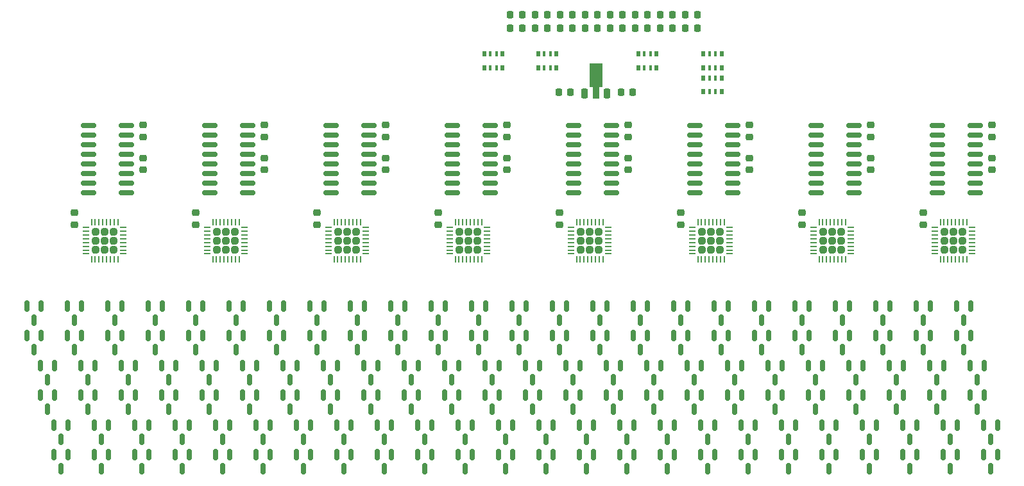
<source format=gtp>
G04 #@! TF.GenerationSoftware,KiCad,Pcbnew,8.0.4-rc2*
G04 #@! TF.CreationDate,2024-08-04T20:31:53-05:00*
G04 #@! TF.ProjectId,backplane_tracer_v5,6261636b-706c-4616-9e65-5f7472616365,rev?*
G04 #@! TF.SameCoordinates,Original*
G04 #@! TF.FileFunction,Paste,Top*
G04 #@! TF.FilePolarity,Positive*
%FSLAX46Y46*%
G04 Gerber Fmt 4.6, Leading zero omitted, Abs format (unit mm)*
G04 Created by KiCad (PCBNEW 8.0.4-rc2) date 2024-08-04 20:31:53*
%MOMM*%
%LPD*%
G01*
G04 APERTURE LIST*
G04 Aperture macros list*
%AMRoundRect*
0 Rectangle with rounded corners*
0 $1 Rounding radius*
0 $2 $3 $4 $5 $6 $7 $8 $9 X,Y pos of 4 corners*
0 Add a 4 corners polygon primitive as box body*
4,1,4,$2,$3,$4,$5,$6,$7,$8,$9,$2,$3,0*
0 Add four circle primitives for the rounded corners*
1,1,$1+$1,$2,$3*
1,1,$1+$1,$4,$5*
1,1,$1+$1,$6,$7*
1,1,$1+$1,$8,$9*
0 Add four rect primitives between the rounded corners*
20,1,$1+$1,$2,$3,$4,$5,0*
20,1,$1+$1,$4,$5,$6,$7,0*
20,1,$1+$1,$6,$7,$8,$9,0*
20,1,$1+$1,$8,$9,$2,$3,0*%
%AMFreePoly0*
4,1,9,3.862500,-0.866500,0.737500,-0.866500,0.737500,-0.450000,-0.737500,-0.450000,-0.737500,0.450000,0.737500,0.450000,0.737500,0.866500,3.862500,0.866500,3.862500,-0.866500,3.862500,-0.866500,$1*%
G04 Aperture macros list end*
%ADD10RoundRect,0.150000X-0.150000X0.587500X-0.150000X-0.587500X0.150000X-0.587500X0.150000X0.587500X0*%
%ADD11RoundRect,0.225000X0.250000X-0.225000X0.250000X0.225000X-0.250000X0.225000X-0.250000X-0.225000X0*%
%ADD12RoundRect,0.150000X-0.850000X-0.150000X0.850000X-0.150000X0.850000X0.150000X-0.850000X0.150000X0*%
%ADD13RoundRect,0.225000X0.225000X0.250000X-0.225000X0.250000X-0.225000X-0.250000X0.225000X-0.250000X0*%
%ADD14RoundRect,0.218750X-0.218750X-0.256250X0.218750X-0.256250X0.218750X0.256250X-0.218750X0.256250X0*%
%ADD15R,0.500000X0.800000*%
%ADD16R,0.400000X0.800000*%
%ADD17RoundRect,0.242500X-0.242500X-0.242500X0.242500X-0.242500X0.242500X0.242500X-0.242500X0.242500X0*%
%ADD18RoundRect,0.062500X-0.337500X-0.062500X0.337500X-0.062500X0.337500X0.062500X-0.337500X0.062500X0*%
%ADD19RoundRect,0.062500X-0.062500X-0.337500X0.062500X-0.337500X0.062500X0.337500X-0.062500X0.337500X0*%
%ADD20RoundRect,0.225000X-0.250000X0.225000X-0.250000X-0.225000X0.250000X-0.225000X0.250000X0.225000X0*%
%ADD21RoundRect,0.225000X0.225000X-0.425000X0.225000X0.425000X-0.225000X0.425000X-0.225000X-0.425000X0*%
%ADD22FreePoly0,90.000000*%
%ADD23RoundRect,0.225000X-0.225000X-0.250000X0.225000X-0.250000X0.225000X0.250000X-0.225000X0.250000X0*%
G04 APERTURE END LIST*
D10*
X127315000Y-178538900D03*
X125415000Y-178538900D03*
X126365000Y-180413900D03*
X120203000Y-194286900D03*
X118303000Y-194286900D03*
X119253000Y-196161900D03*
X201991000Y-182475900D03*
X200091000Y-182475900D03*
X201041000Y-184350900D03*
D11*
X194081400Y-160541000D03*
X194081400Y-158991000D03*
D12*
X154929200Y-154686000D03*
X154929200Y-155956000D03*
X154929200Y-157226000D03*
X154929200Y-158496000D03*
X154929200Y-159766000D03*
X154929200Y-161036000D03*
X154929200Y-162306000D03*
X154929200Y-163576000D03*
X159929200Y-163576000D03*
X159929200Y-162306000D03*
X159929200Y-161036000D03*
X159929200Y-159766000D03*
X159929200Y-158496000D03*
X159929200Y-157226000D03*
X159929200Y-155956000D03*
X159929200Y-154686000D03*
D10*
X194879000Y-194286900D03*
X192979000Y-194286900D03*
X193929000Y-196161900D03*
X139761000Y-186412900D03*
X137861000Y-186412900D03*
X138811000Y-188287900D03*
X107757000Y-186412900D03*
X105857000Y-186412900D03*
X106807000Y-188287900D03*
X113091000Y-186412900D03*
X111191000Y-186412900D03*
X112141000Y-188287900D03*
X145095000Y-190349900D03*
X143195000Y-190349900D03*
X144145000Y-192224900D03*
X164653000Y-182475900D03*
X162753000Y-182475900D03*
X163703000Y-184350900D03*
D13*
X170511000Y-150312400D03*
X168961000Y-150312400D03*
D10*
X155763000Y-190349900D03*
X153863000Y-190349900D03*
X154813000Y-192224900D03*
X185989000Y-178538900D03*
X184089000Y-178538900D03*
X185039000Y-180413900D03*
D14*
X182346400Y-141859000D03*
X183921400Y-141859000D03*
D11*
X178079400Y-160541000D03*
X178079400Y-158991000D03*
D14*
X179044400Y-141859000D03*
X180619400Y-141859000D03*
D15*
X179470100Y-147051600D03*
D16*
X180270100Y-147051600D03*
X181070100Y-147051600D03*
D15*
X181870100Y-147051600D03*
X181870100Y-145251600D03*
D16*
X181070100Y-145251600D03*
X180270100Y-145251600D03*
D15*
X179470100Y-145251600D03*
D17*
X155848200Y-168726000D03*
X155848200Y-169926000D03*
X155848200Y-171126000D03*
X157048200Y-168726000D03*
X157048200Y-169926000D03*
X157048200Y-171126000D03*
X158248200Y-168726000D03*
X158248200Y-169926000D03*
X158248200Y-171126000D03*
D18*
X154598200Y-168176000D03*
X154598200Y-168676000D03*
X154598200Y-169176000D03*
X154598200Y-169676000D03*
X154598200Y-170176000D03*
X154598200Y-170676000D03*
X154598200Y-171176000D03*
X154598200Y-171676000D03*
D19*
X155298200Y-172376000D03*
X155798200Y-172376000D03*
X156298200Y-172376000D03*
X156798200Y-172376000D03*
X157298200Y-172376000D03*
X157798200Y-172376000D03*
X158298200Y-172376000D03*
X158798200Y-172376000D03*
D18*
X159498200Y-171676000D03*
X159498200Y-171176000D03*
X159498200Y-170676000D03*
X159498200Y-170176000D03*
X159498200Y-169676000D03*
X159498200Y-169176000D03*
X159498200Y-168676000D03*
X159498200Y-168176000D03*
D19*
X158798200Y-167476000D03*
X158298200Y-167476000D03*
X157798200Y-167476000D03*
X157298200Y-167476000D03*
X156798200Y-167476000D03*
X156298200Y-167476000D03*
X155798200Y-167476000D03*
X155298200Y-167476000D03*
D14*
X172440400Y-140081000D03*
X174015400Y-140081000D03*
D17*
X107842200Y-168726000D03*
X107842200Y-169926000D03*
X107842200Y-171126000D03*
X109042200Y-168726000D03*
X109042200Y-169926000D03*
X109042200Y-171126000D03*
X110242200Y-168726000D03*
X110242200Y-169926000D03*
X110242200Y-171126000D03*
D18*
X106592200Y-168176000D03*
X106592200Y-168676000D03*
X106592200Y-169176000D03*
X106592200Y-169676000D03*
X106592200Y-170176000D03*
X106592200Y-170676000D03*
X106592200Y-171176000D03*
X106592200Y-171676000D03*
D19*
X107292200Y-172376000D03*
X107792200Y-172376000D03*
X108292200Y-172376000D03*
X108792200Y-172376000D03*
X109292200Y-172376000D03*
X109792200Y-172376000D03*
X110292200Y-172376000D03*
X110792200Y-172376000D03*
D18*
X111492200Y-171676000D03*
X111492200Y-171176000D03*
X111492200Y-170676000D03*
X111492200Y-170176000D03*
X111492200Y-169676000D03*
X111492200Y-169176000D03*
X111492200Y-168676000D03*
X111492200Y-168176000D03*
D19*
X110792200Y-167476000D03*
X110292200Y-167476000D03*
X109792200Y-167476000D03*
X109292200Y-167476000D03*
X108792200Y-167476000D03*
X108292200Y-167476000D03*
X107792200Y-167476000D03*
X107292200Y-167476000D03*
D20*
X146075400Y-154647600D03*
X146075400Y-156197600D03*
D10*
X209103000Y-186412900D03*
X207203000Y-186412900D03*
X208153000Y-188287900D03*
X102423000Y-190349900D03*
X100523000Y-190349900D03*
X101473000Y-192224900D03*
X221549000Y-194286900D03*
X219649000Y-194286900D03*
X220599000Y-196161900D03*
X193101000Y-190349900D03*
X191201000Y-190349900D03*
X192151000Y-192224900D03*
X123759000Y-186412900D03*
X121859000Y-186412900D03*
X122809000Y-188287900D03*
X114869000Y-194286900D03*
X112969000Y-194286900D03*
X113919000Y-196161900D03*
X161097000Y-190349900D03*
X159197000Y-190349900D03*
X160147000Y-192224900D03*
X137983000Y-178538900D03*
X136083000Y-178538900D03*
X137033000Y-180413900D03*
X127315000Y-182475900D03*
X125415000Y-182475900D03*
X126365000Y-184350900D03*
X191323000Y-182475900D03*
X189423000Y-182475900D03*
X190373000Y-184350900D03*
X173543000Y-198223900D03*
X171643000Y-198223900D03*
X172593000Y-200098900D03*
D14*
X169138400Y-141859000D03*
X170713400Y-141859000D03*
D10*
X180655000Y-182475900D03*
X178755000Y-182475900D03*
X179705000Y-184350900D03*
D20*
X162077400Y-154647600D03*
X162077400Y-156197600D03*
D12*
X202935200Y-154686000D03*
X202935200Y-155956000D03*
X202935200Y-157226000D03*
X202935200Y-158496000D03*
X202935200Y-159766000D03*
X202935200Y-161036000D03*
X202935200Y-162306000D03*
X202935200Y-163576000D03*
X207935200Y-163576000D03*
X207935200Y-162306000D03*
X207935200Y-161036000D03*
X207935200Y-159766000D03*
X207935200Y-158496000D03*
X207935200Y-157226000D03*
X207935200Y-155956000D03*
X207935200Y-154686000D03*
D14*
X169138400Y-140081000D03*
X170713400Y-140081000D03*
D10*
X148651000Y-178538900D03*
X146751000Y-178538900D03*
X147701000Y-180413900D03*
X134427000Y-190349900D03*
X132527000Y-190349900D03*
X133477000Y-192224900D03*
X178877000Y-198223900D03*
X176977000Y-198223900D03*
X177927000Y-200098900D03*
X150429000Y-186412900D03*
X148529000Y-186412900D03*
X149479000Y-188287900D03*
X178877000Y-194286900D03*
X176977000Y-194286900D03*
X177927000Y-196161900D03*
D14*
X182346400Y-140081000D03*
X183921400Y-140081000D03*
D10*
X109535000Y-194286900D03*
X107635000Y-194286900D03*
X108585000Y-196161900D03*
D11*
X217093800Y-167805400D03*
X217093800Y-166255400D03*
D10*
X102423000Y-186412900D03*
X100523000Y-186412900D03*
X101473000Y-188287900D03*
X155763000Y-186412900D03*
X153863000Y-186412900D03*
X154813000Y-188287900D03*
X157541000Y-198223900D03*
X155641000Y-198223900D03*
X156591000Y-200098900D03*
X198435000Y-186412900D03*
X196535000Y-186412900D03*
X197485000Y-188287900D03*
D11*
X162077400Y-160541000D03*
X162077400Y-158991000D03*
D10*
X177099000Y-186412900D03*
X175199000Y-186412900D03*
X176149000Y-188287900D03*
X212659000Y-182475900D03*
X210759000Y-182475900D03*
X211709000Y-184350900D03*
X226883000Y-194286900D03*
X224983000Y-194286900D03*
X225933000Y-196161900D03*
X205547000Y-198223900D03*
X203647000Y-198223900D03*
X204597000Y-200098900D03*
D14*
X185648400Y-140081000D03*
X187223400Y-140081000D03*
D10*
X123759000Y-190349900D03*
X121859000Y-190349900D03*
X122809000Y-192224900D03*
D11*
X121081800Y-167805400D03*
X121081800Y-166255400D03*
D10*
X120203000Y-198223900D03*
X118303000Y-198223900D03*
X119253000Y-200098900D03*
X104201000Y-194286900D03*
X102301000Y-194286900D03*
X103251000Y-196161900D03*
X185989000Y-182475900D03*
X184089000Y-182475900D03*
X185039000Y-184350900D03*
X169987000Y-182475900D03*
X168087000Y-182475900D03*
X169037000Y-184350900D03*
X196657000Y-182475900D03*
X194757000Y-182475900D03*
X195707000Y-184350900D03*
X173543000Y-194286900D03*
X171643000Y-194286900D03*
X172593000Y-196161900D03*
X152207000Y-198223900D03*
X150307000Y-198223900D03*
X151257000Y-200098900D03*
X193101000Y-186412900D03*
X191201000Y-186412900D03*
X192151000Y-188287900D03*
D20*
X226085400Y-154647600D03*
X226085400Y-156197600D03*
X210083400Y-154647600D03*
X210083400Y-156197600D03*
D10*
X223327000Y-178538900D03*
X221427000Y-178538900D03*
X222377000Y-180413900D03*
D11*
X146075400Y-160541000D03*
X146075400Y-158991000D03*
D10*
X125537000Y-198223900D03*
X123637000Y-198223900D03*
X124587000Y-200098900D03*
D14*
X162534400Y-141859000D03*
X164109400Y-141859000D03*
D15*
X166262100Y-147051600D03*
D16*
X167062100Y-147051600D03*
X167862100Y-147051600D03*
D15*
X168662100Y-147051600D03*
X168662100Y-145251600D03*
D16*
X167862100Y-145251600D03*
X167062100Y-145251600D03*
D15*
X166262100Y-145251600D03*
D14*
X162534400Y-140081000D03*
X164109400Y-140081000D03*
D10*
X216215000Y-198223900D03*
X214315000Y-198223900D03*
X215265000Y-200098900D03*
X100645000Y-178538900D03*
X98745000Y-178538900D03*
X99695000Y-180413900D03*
X153985000Y-182475900D03*
X152085000Y-182475900D03*
X153035000Y-184350900D03*
X113091000Y-190349900D03*
X111191000Y-190349900D03*
X112141000Y-192224900D03*
X168209000Y-194286900D03*
X166309000Y-194286900D03*
X167259000Y-196161900D03*
X132649000Y-182475900D03*
X130749000Y-182475900D03*
X131699000Y-184350900D03*
D14*
X175742400Y-141859000D03*
X177317400Y-141859000D03*
D10*
X111313000Y-182475900D03*
X109413000Y-182475900D03*
X110363000Y-184350900D03*
X225105000Y-186412900D03*
X223205000Y-186412900D03*
X224155000Y-188287900D03*
X217993000Y-182475900D03*
X216093000Y-182475900D03*
X217043000Y-184350900D03*
D15*
X159124700Y-147051600D03*
D16*
X159924700Y-147051600D03*
X160724700Y-147051600D03*
D15*
X161524700Y-147051600D03*
X161524700Y-145251600D03*
D16*
X160724700Y-145251600D03*
X159924700Y-145251600D03*
D15*
X159124700Y-145251600D03*
D11*
X201091800Y-167805400D03*
X201091800Y-166255400D03*
D10*
X187767000Y-190349900D03*
X185867000Y-190349900D03*
X186817000Y-192224900D03*
X191323000Y-178538900D03*
X189423000Y-178538900D03*
X190373000Y-180413900D03*
D14*
X179044400Y-140081000D03*
X180619400Y-140081000D03*
D21*
X172362900Y-150438400D03*
D22*
X173862900Y-150350900D03*
D21*
X175362900Y-150438400D03*
D10*
X146873000Y-198223900D03*
X144973000Y-198223900D03*
X145923000Y-200098900D03*
X111313000Y-178538900D03*
X109413000Y-178538900D03*
X110363000Y-180413900D03*
X219771000Y-186412900D03*
X217871000Y-186412900D03*
X218821000Y-188287900D03*
X105979000Y-182475900D03*
X104079000Y-182475900D03*
X105029000Y-184350900D03*
X100645000Y-182475900D03*
X98745000Y-182475900D03*
X99695000Y-184350900D03*
X214437000Y-190349900D03*
X212537000Y-190349900D03*
X213487000Y-192224900D03*
X130871000Y-198223900D03*
X128971000Y-198223900D03*
X129921000Y-200098900D03*
X184211000Y-194286900D03*
X182311000Y-194286900D03*
X183261000Y-196161900D03*
X139761000Y-190349900D03*
X137861000Y-190349900D03*
X138811000Y-192224900D03*
X187767000Y-186412900D03*
X185867000Y-186412900D03*
X186817000Y-188287900D03*
X130871000Y-194286900D03*
X128971000Y-194286900D03*
X129921000Y-196161900D03*
X201991000Y-178538900D03*
X200091000Y-178538900D03*
X201041000Y-180413900D03*
X210881000Y-198223900D03*
X208981000Y-198223900D03*
X209931000Y-200098900D03*
X177099000Y-190349900D03*
X175199000Y-190349900D03*
X176149000Y-192224900D03*
X171765000Y-190349900D03*
X169865000Y-190349900D03*
X170815000Y-192224900D03*
X182433000Y-186412900D03*
X180533000Y-186412900D03*
X181483000Y-188287900D03*
D11*
X210083400Y-160541000D03*
X210083400Y-158991000D03*
D10*
X134427000Y-186412900D03*
X132527000Y-186412900D03*
X133477000Y-188287900D03*
D12*
X186933200Y-154686000D03*
X186933200Y-155956000D03*
X186933200Y-157226000D03*
X186933200Y-158496000D03*
X186933200Y-159766000D03*
X186933200Y-161036000D03*
X186933200Y-162306000D03*
X186933200Y-163576000D03*
X191933200Y-163576000D03*
X191933200Y-162306000D03*
X191933200Y-161036000D03*
X191933200Y-159766000D03*
X191933200Y-158496000D03*
X191933200Y-157226000D03*
X191933200Y-155956000D03*
X191933200Y-154686000D03*
X170931200Y-154686000D03*
X170931200Y-155956000D03*
X170931200Y-157226000D03*
X170931200Y-158496000D03*
X170931200Y-159766000D03*
X170931200Y-161036000D03*
X170931200Y-162306000D03*
X170931200Y-163576000D03*
X175931200Y-163576000D03*
X175931200Y-162306000D03*
X175931200Y-161036000D03*
X175931200Y-159766000D03*
X175931200Y-158496000D03*
X175931200Y-157226000D03*
X175931200Y-155956000D03*
X175931200Y-154686000D03*
D11*
X114071400Y-160541000D03*
X114071400Y-158991000D03*
D17*
X139846200Y-168726000D03*
X139846200Y-169926000D03*
X139846200Y-171126000D03*
X141046200Y-168726000D03*
X141046200Y-169926000D03*
X141046200Y-171126000D03*
X142246200Y-168726000D03*
X142246200Y-169926000D03*
X142246200Y-171126000D03*
D18*
X138596200Y-168176000D03*
X138596200Y-168676000D03*
X138596200Y-169176000D03*
X138596200Y-169676000D03*
X138596200Y-170176000D03*
X138596200Y-170676000D03*
X138596200Y-171176000D03*
X138596200Y-171676000D03*
D19*
X139296200Y-172376000D03*
X139796200Y-172376000D03*
X140296200Y-172376000D03*
X140796200Y-172376000D03*
X141296200Y-172376000D03*
X141796200Y-172376000D03*
X142296200Y-172376000D03*
X142796200Y-172376000D03*
D18*
X143496200Y-171676000D03*
X143496200Y-171176000D03*
X143496200Y-170676000D03*
X143496200Y-170176000D03*
X143496200Y-169676000D03*
X143496200Y-169176000D03*
X143496200Y-168676000D03*
X143496200Y-168176000D03*
D19*
X142796200Y-167476000D03*
X142296200Y-167476000D03*
X141796200Y-167476000D03*
X141296200Y-167476000D03*
X140796200Y-167476000D03*
X140296200Y-167476000D03*
X139796200Y-167476000D03*
X139296200Y-167476000D03*
D10*
X182433000Y-190349900D03*
X180533000Y-190349900D03*
X181483000Y-192224900D03*
X207325000Y-178538900D03*
X205425000Y-178538900D03*
X206375000Y-180413900D03*
D20*
X130073400Y-154647600D03*
X130073400Y-156197600D03*
D10*
X116647000Y-182475900D03*
X114747000Y-182475900D03*
X115697000Y-184350900D03*
X207325000Y-182475900D03*
X205425000Y-182475900D03*
X206375000Y-184350900D03*
X223327000Y-182475900D03*
X221427000Y-182475900D03*
X222377000Y-184350900D03*
X157541000Y-194286900D03*
X155641000Y-194286900D03*
X156591000Y-196161900D03*
X219771000Y-190349900D03*
X217871000Y-190349900D03*
X218821000Y-192224900D03*
D12*
X138927200Y-154686000D03*
X138927200Y-155956000D03*
X138927200Y-157226000D03*
X138927200Y-158496000D03*
X138927200Y-159766000D03*
X138927200Y-161036000D03*
X138927200Y-162306000D03*
X138927200Y-163576000D03*
X143927200Y-163576000D03*
X143927200Y-162306000D03*
X143927200Y-161036000D03*
X143927200Y-159766000D03*
X143927200Y-158496000D03*
X143927200Y-157226000D03*
X143927200Y-155956000D03*
X143927200Y-154686000D03*
D10*
X200213000Y-194286900D03*
X198313000Y-194286900D03*
X199263000Y-196161900D03*
X143317000Y-178538900D03*
X141417000Y-178538900D03*
X142367000Y-180413900D03*
X226883000Y-198223900D03*
X224983000Y-198223900D03*
X225933000Y-200098900D03*
X194879000Y-198223900D03*
X192979000Y-198223900D03*
X193929000Y-200098900D03*
X145095000Y-186412900D03*
X143195000Y-186412900D03*
X144145000Y-188287900D03*
X148651000Y-182475900D03*
X146751000Y-182475900D03*
X147701000Y-184350900D03*
X171765000Y-186412900D03*
X169865000Y-186412900D03*
X170815000Y-188287900D03*
X118425000Y-186412900D03*
X116525000Y-186412900D03*
X117475000Y-188287900D03*
D15*
X190455400Y-148452000D03*
D16*
X189655400Y-148452000D03*
X188855400Y-148452000D03*
D15*
X188055400Y-148452000D03*
X188055400Y-150252000D03*
D16*
X188855400Y-150252000D03*
X189655400Y-150252000D03*
D15*
X190455400Y-150252000D03*
D10*
X105979000Y-178538900D03*
X104079000Y-178538900D03*
X105029000Y-180413900D03*
D14*
X185648400Y-141859000D03*
X187223400Y-141859000D03*
D10*
X214437000Y-186412900D03*
X212537000Y-186412900D03*
X213487000Y-188287900D03*
X109535000Y-198223900D03*
X107635000Y-198223900D03*
X108585000Y-200098900D03*
D11*
X105079800Y-167805400D03*
X105079800Y-166255400D03*
X169087800Y-167805400D03*
X169087800Y-166255400D03*
D17*
X219856200Y-168726000D03*
X219856200Y-169926000D03*
X219856200Y-171126000D03*
X221056200Y-168726000D03*
X221056200Y-169926000D03*
X221056200Y-171126000D03*
X222256200Y-168726000D03*
X222256200Y-169926000D03*
X222256200Y-171126000D03*
D18*
X218606200Y-168176000D03*
X218606200Y-168676000D03*
X218606200Y-169176000D03*
X218606200Y-169676000D03*
X218606200Y-170176000D03*
X218606200Y-170676000D03*
X218606200Y-171176000D03*
X218606200Y-171676000D03*
D19*
X219306200Y-172376000D03*
X219806200Y-172376000D03*
X220306200Y-172376000D03*
X220806200Y-172376000D03*
X221306200Y-172376000D03*
X221806200Y-172376000D03*
X222306200Y-172376000D03*
X222806200Y-172376000D03*
D18*
X223506200Y-171676000D03*
X223506200Y-171176000D03*
X223506200Y-170676000D03*
X223506200Y-170176000D03*
X223506200Y-169676000D03*
X223506200Y-169176000D03*
X223506200Y-168676000D03*
X223506200Y-168176000D03*
D19*
X222806200Y-167476000D03*
X222306200Y-167476000D03*
X221806200Y-167476000D03*
X221306200Y-167476000D03*
X220806200Y-167476000D03*
X220306200Y-167476000D03*
X219806200Y-167476000D03*
X219306200Y-167476000D03*
D10*
X162875000Y-194286900D03*
X160975000Y-194286900D03*
X161925000Y-196161900D03*
D12*
X218937200Y-154686000D03*
X218937200Y-155956000D03*
X218937200Y-157226000D03*
X218937200Y-158496000D03*
X218937200Y-159766000D03*
X218937200Y-161036000D03*
X218937200Y-162306000D03*
X218937200Y-163576000D03*
X223937200Y-163576000D03*
X223937200Y-162306000D03*
X223937200Y-161036000D03*
X223937200Y-159766000D03*
X223937200Y-158496000D03*
X223937200Y-157226000D03*
X223937200Y-155956000D03*
X223937200Y-154686000D03*
D10*
X141539000Y-198223900D03*
X139639000Y-198223900D03*
X140589000Y-200098900D03*
X212659000Y-178538900D03*
X210759000Y-178538900D03*
X211709000Y-180413900D03*
D14*
X165836400Y-140081000D03*
X167411400Y-140081000D03*
D10*
X210881000Y-194286900D03*
X208981000Y-194286900D03*
X209931000Y-196161900D03*
X136205000Y-194286900D03*
X134305000Y-194286900D03*
X135255000Y-196161900D03*
D14*
X175742400Y-140081000D03*
X177317400Y-140081000D03*
D11*
X226085400Y-160541000D03*
X226085400Y-158991000D03*
D10*
X189545000Y-198223900D03*
X187645000Y-198223900D03*
X188595000Y-200098900D03*
X203769000Y-186412900D03*
X201869000Y-186412900D03*
X202819000Y-188287900D03*
D23*
X177190600Y-150312400D03*
X178740600Y-150312400D03*
D10*
X141539000Y-194286900D03*
X139639000Y-194286900D03*
X140589000Y-196161900D03*
X166431000Y-190349900D03*
X164531000Y-190349900D03*
X165481000Y-192224900D03*
D20*
X178079400Y-154647600D03*
X178079400Y-156197600D03*
D10*
X152207000Y-194286900D03*
X150307000Y-194286900D03*
X151257000Y-196161900D03*
X221549000Y-198223900D03*
X219649000Y-198223900D03*
X220599000Y-200098900D03*
X107757000Y-190349900D03*
X105857000Y-190349900D03*
X106807000Y-192224900D03*
X200213000Y-198223900D03*
X198313000Y-198223900D03*
X199263000Y-200098900D03*
X136205000Y-198223900D03*
X134305000Y-198223900D03*
X135255000Y-200098900D03*
D17*
X171850200Y-168726000D03*
X171850200Y-169926000D03*
X171850200Y-171126000D03*
X173050200Y-168726000D03*
X173050200Y-169926000D03*
X173050200Y-171126000D03*
X174250200Y-168726000D03*
X174250200Y-169926000D03*
X174250200Y-171126000D03*
D18*
X170600200Y-168176000D03*
X170600200Y-168676000D03*
X170600200Y-169176000D03*
X170600200Y-169676000D03*
X170600200Y-170176000D03*
X170600200Y-170676000D03*
X170600200Y-171176000D03*
X170600200Y-171676000D03*
D19*
X171300200Y-172376000D03*
X171800200Y-172376000D03*
X172300200Y-172376000D03*
X172800200Y-172376000D03*
X173300200Y-172376000D03*
X173800200Y-172376000D03*
X174300200Y-172376000D03*
X174800200Y-172376000D03*
D18*
X175500200Y-171676000D03*
X175500200Y-171176000D03*
X175500200Y-170676000D03*
X175500200Y-170176000D03*
X175500200Y-169676000D03*
X175500200Y-169176000D03*
X175500200Y-168676000D03*
X175500200Y-168176000D03*
D19*
X174800200Y-167476000D03*
X174300200Y-167476000D03*
X173800200Y-167476000D03*
X173300200Y-167476000D03*
X172800200Y-167476000D03*
X172300200Y-167476000D03*
X171800200Y-167476000D03*
X171300200Y-167476000D03*
D10*
X175321000Y-178538900D03*
X173421000Y-178538900D03*
X174371000Y-180413900D03*
X121981000Y-182475900D03*
X120081000Y-182475900D03*
X121031000Y-184350900D03*
X198435000Y-190349900D03*
X196535000Y-190349900D03*
X197485000Y-192224900D03*
X164653000Y-178538900D03*
X162753000Y-178538900D03*
X163703000Y-180413900D03*
D11*
X153085800Y-167805400D03*
X153085800Y-166255400D03*
D12*
X122925200Y-154686000D03*
X122925200Y-155956000D03*
X122925200Y-157226000D03*
X122925200Y-158496000D03*
X122925200Y-159766000D03*
X122925200Y-161036000D03*
X122925200Y-162306000D03*
X122925200Y-163576000D03*
X127925200Y-163576000D03*
X127925200Y-162306000D03*
X127925200Y-161036000D03*
X127925200Y-159766000D03*
X127925200Y-158496000D03*
X127925200Y-157226000D03*
X127925200Y-155956000D03*
X127925200Y-154686000D03*
D10*
X180655000Y-178538900D03*
X178755000Y-178538900D03*
X179705000Y-180413900D03*
X189545000Y-194286900D03*
X187645000Y-194286900D03*
X188595000Y-196161900D03*
X168209000Y-198223900D03*
X166309000Y-198223900D03*
X167259000Y-200098900D03*
X162875000Y-198223900D03*
X160975000Y-198223900D03*
X161925000Y-200098900D03*
X104201000Y-198223900D03*
X102301000Y-198223900D03*
X103251000Y-200098900D03*
D11*
X185089800Y-167805400D03*
X185089800Y-166255400D03*
D10*
X132649000Y-178538900D03*
X130749000Y-178538900D03*
X131699000Y-180413900D03*
X203769000Y-190349900D03*
X201869000Y-190349900D03*
X202819000Y-192224900D03*
X216215000Y-194286900D03*
X214315000Y-194286900D03*
X215265000Y-196161900D03*
X129093000Y-190349900D03*
X127193000Y-190349900D03*
X128143000Y-192224900D03*
D11*
X137083800Y-167805400D03*
X137083800Y-166255400D03*
D10*
X166431000Y-186412900D03*
X164531000Y-186412900D03*
X165481000Y-188287900D03*
D15*
X188055300Y-147051600D03*
D16*
X188855300Y-147051600D03*
X189655300Y-147051600D03*
D15*
X190455300Y-147051600D03*
X190455300Y-145251600D03*
D16*
X189655300Y-145251600D03*
X188855300Y-145251600D03*
D15*
X188055300Y-145251600D03*
D10*
X146873000Y-194286900D03*
X144973000Y-194286900D03*
X145923000Y-196161900D03*
X217993000Y-178538900D03*
X216093000Y-178538900D03*
X217043000Y-180413900D03*
D17*
X187852200Y-168726000D03*
X187852200Y-169926000D03*
X187852200Y-171126000D03*
X189052200Y-168726000D03*
X189052200Y-169926000D03*
X189052200Y-171126000D03*
X190252200Y-168726000D03*
X190252200Y-169926000D03*
X190252200Y-171126000D03*
D18*
X186602200Y-168176000D03*
X186602200Y-168676000D03*
X186602200Y-169176000D03*
X186602200Y-169676000D03*
X186602200Y-170176000D03*
X186602200Y-170676000D03*
X186602200Y-171176000D03*
X186602200Y-171676000D03*
D19*
X187302200Y-172376000D03*
X187802200Y-172376000D03*
X188302200Y-172376000D03*
X188802200Y-172376000D03*
X189302200Y-172376000D03*
X189802200Y-172376000D03*
X190302200Y-172376000D03*
X190802200Y-172376000D03*
D18*
X191502200Y-171676000D03*
X191502200Y-171176000D03*
X191502200Y-170676000D03*
X191502200Y-170176000D03*
X191502200Y-169676000D03*
X191502200Y-169176000D03*
X191502200Y-168676000D03*
X191502200Y-168176000D03*
D19*
X190802200Y-167476000D03*
X190302200Y-167476000D03*
X189802200Y-167476000D03*
X189302200Y-167476000D03*
X188802200Y-167476000D03*
X188302200Y-167476000D03*
X187802200Y-167476000D03*
X187302200Y-167476000D03*
D10*
X225105000Y-190349900D03*
X223205000Y-190349900D03*
X224155000Y-192224900D03*
X125537000Y-194286900D03*
X123637000Y-194286900D03*
X124587000Y-196161900D03*
X150429000Y-190349900D03*
X148529000Y-190349900D03*
X149479000Y-192224900D03*
X196657000Y-178538900D03*
X194757000Y-178538900D03*
X195707000Y-180413900D03*
X137983000Y-182475900D03*
X136083000Y-182475900D03*
X137033000Y-184350900D03*
X159319000Y-182475900D03*
X157419000Y-182475900D03*
X158369000Y-184350900D03*
D17*
X123844200Y-168726000D03*
X123844200Y-169926000D03*
X123844200Y-171126000D03*
X125044200Y-168726000D03*
X125044200Y-169926000D03*
X125044200Y-171126000D03*
X126244200Y-168726000D03*
X126244200Y-169926000D03*
X126244200Y-171126000D03*
D18*
X122594200Y-168176000D03*
X122594200Y-168676000D03*
X122594200Y-169176000D03*
X122594200Y-169676000D03*
X122594200Y-170176000D03*
X122594200Y-170676000D03*
X122594200Y-171176000D03*
X122594200Y-171676000D03*
D19*
X123294200Y-172376000D03*
X123794200Y-172376000D03*
X124294200Y-172376000D03*
X124794200Y-172376000D03*
X125294200Y-172376000D03*
X125794200Y-172376000D03*
X126294200Y-172376000D03*
X126794200Y-172376000D03*
D18*
X127494200Y-171676000D03*
X127494200Y-171176000D03*
X127494200Y-170676000D03*
X127494200Y-170176000D03*
X127494200Y-169676000D03*
X127494200Y-169176000D03*
X127494200Y-168676000D03*
X127494200Y-168176000D03*
D19*
X126794200Y-167476000D03*
X126294200Y-167476000D03*
X125794200Y-167476000D03*
X125294200Y-167476000D03*
X124794200Y-167476000D03*
X124294200Y-167476000D03*
X123794200Y-167476000D03*
X123294200Y-167476000D03*
D14*
X165836400Y-141859000D03*
X167411400Y-141859000D03*
D10*
X118425000Y-190349900D03*
X116525000Y-190349900D03*
X117475000Y-192224900D03*
X169987000Y-178538900D03*
X168087000Y-178538900D03*
X169037000Y-180413900D03*
X114869000Y-198223900D03*
X112969000Y-198223900D03*
X113919000Y-200098900D03*
D11*
X130073400Y-160541000D03*
X130073400Y-158991000D03*
D10*
X159319000Y-178538900D03*
X157419000Y-178538900D03*
X158369000Y-180413900D03*
D14*
X172440400Y-141859000D03*
X174015400Y-141859000D03*
D10*
X205547000Y-194286900D03*
X203647000Y-194286900D03*
X204597000Y-196161900D03*
D12*
X106923200Y-154686000D03*
X106923200Y-155956000D03*
X106923200Y-157226000D03*
X106923200Y-158496000D03*
X106923200Y-159766000D03*
X106923200Y-161036000D03*
X106923200Y-162306000D03*
X106923200Y-163576000D03*
X111923200Y-163576000D03*
X111923200Y-162306000D03*
X111923200Y-161036000D03*
X111923200Y-159766000D03*
X111923200Y-158496000D03*
X111923200Y-157226000D03*
X111923200Y-155956000D03*
X111923200Y-154686000D03*
D10*
X143317000Y-182475900D03*
X141417000Y-182475900D03*
X142367000Y-184350900D03*
D20*
X194081400Y-154647600D03*
X194081400Y-156197600D03*
X114071400Y-154647600D03*
X114071400Y-156197600D03*
D10*
X116647000Y-178538900D03*
X114747000Y-178538900D03*
X115697000Y-180413900D03*
X153985000Y-178538900D03*
X152085000Y-178538900D03*
X153035000Y-180413900D03*
D17*
X203854200Y-168726000D03*
X203854200Y-169926000D03*
X203854200Y-171126000D03*
X205054200Y-168726000D03*
X205054200Y-169926000D03*
X205054200Y-171126000D03*
X206254200Y-168726000D03*
X206254200Y-169926000D03*
X206254200Y-171126000D03*
D18*
X202604200Y-168176000D03*
X202604200Y-168676000D03*
X202604200Y-169176000D03*
X202604200Y-169676000D03*
X202604200Y-170176000D03*
X202604200Y-170676000D03*
X202604200Y-171176000D03*
X202604200Y-171676000D03*
D19*
X203304200Y-172376000D03*
X203804200Y-172376000D03*
X204304200Y-172376000D03*
X204804200Y-172376000D03*
X205304200Y-172376000D03*
X205804200Y-172376000D03*
X206304200Y-172376000D03*
X206804200Y-172376000D03*
D18*
X207504200Y-171676000D03*
X207504200Y-171176000D03*
X207504200Y-170676000D03*
X207504200Y-170176000D03*
X207504200Y-169676000D03*
X207504200Y-169176000D03*
X207504200Y-168676000D03*
X207504200Y-168176000D03*
D19*
X206804200Y-167476000D03*
X206304200Y-167476000D03*
X205804200Y-167476000D03*
X205304200Y-167476000D03*
X204804200Y-167476000D03*
X204304200Y-167476000D03*
X203804200Y-167476000D03*
X203304200Y-167476000D03*
D10*
X161097000Y-186412900D03*
X159197000Y-186412900D03*
X160147000Y-188287900D03*
X175321000Y-182475900D03*
X173421000Y-182475900D03*
X174371000Y-184350900D03*
X184211000Y-198223900D03*
X182311000Y-198223900D03*
X183261000Y-200098900D03*
X209103000Y-190349900D03*
X207203000Y-190349900D03*
X208153000Y-192224900D03*
X129093000Y-186412900D03*
X127193000Y-186412900D03*
X128143000Y-188287900D03*
X121981000Y-178538900D03*
X120081000Y-178538900D03*
X121031000Y-180413900D03*
M02*

</source>
